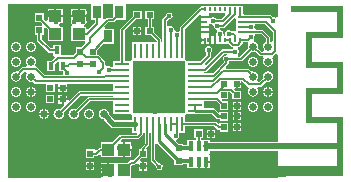
<source format=gtl>
G04 ================== begin FILE IDENTIFICATION RECORD ==================*
G04 Layout Name:  C:/USERS/MSAHADAT3/DROPBOX/GATECH/ETDS_PCB/allegro/ETDS_PCB_V1_3.brd*
G04 Film Name:    TOP*
G04 File Format:  Gerber RS274X*
G04 File Origin:  Cadence Allegro 16.6-S034*
G04 Origin Date:  Mon Aug 24 20:03:50 2015*
G04 *
G04 Layer:  VIA CLASS/TOP*
G04 Layer:  PIN/TOP*
G04 Layer:  ETCH/TOP*
G04 *
G04 Offset:    (0.00 0.00)*
G04 Mirror:    No*
G04 Mode:      Positive*
G04 Rotation:  0*
G04 FullContactRelief:  No*
G04 UndefLineWidth:     5.00*
G04 ================== end FILE IDENTIFICATION RECORD ====================*
%FSLAX25Y25*MOIN*%
%IR0*IPPOS*OFA0.00000B0.00000*MIA0B0*SFA1.00000B1.00000*%
%ADD10C,.015*%
%ADD11C,.02559*%
%ADD25R,.02X.02*%
%ADD20R,.01X.05*%
%ADD17R,.05X.01*%
%ADD16R,.04X.04*%
%ADD21R,.016X.032*%
%ADD18R,.0315X.04*%
%ADD24R,.035X.035*%
%ADD12R,.019X.019*%
%ADD13R,.019X.019*%
%ADD22R,.01102X.01575*%
%ADD23R,.01575X.01102*%
%ADD15R,.039X.039*%
%ADD14R,.01574X.025*%
%ADD19R,.17323X.17323*%
%ADD26C,.01*%
%ADD27C,.02*%
%ADD28C,.012*%
%ADD29C,.035*%
%ADD30C,.005*%
%ADD31C,.03562*%
%ADD32R,.02904X.02904*%
G75*
%LPD*%
G75*
G36*
G01X749851Y1654901D02*
Y1712699D01*
X777264D01*
Y1707486D01*
X778588D01*
Y1706451D01*
X776434Y1704297D01*
G02X775752Y1704580I-282J283D01*
G01Y1705252D01*
X775041D01*
Y1705603D01*
X775188Y1705644D01*
G03X775752Y1707720I-337J1206D01*
G01Y1708980D01*
G03Y1710720I-901J870D01*
G01Y1711252D01*
X770848D01*
Y1710600D01*
G03Y1709100I1003J-750D01*
G01Y1707600D01*
G03X770989Y1705942I1003J-750D01*
G02X770848Y1705275I-275J-290D01*
G01Y1700348D01*
X775220D01*
G02X775503Y1699666I0J-400D01*
G01X774189Y1698352D01*
X772348D01*
Y1696511D01*
X771489Y1695652D01*
X767416D01*
Y1699064D01*
X764840D01*
Y1698064D01*
X764280D01*
X764268Y1698052D01*
X764011D01*
X760952Y1701111D01*
Y1702598D01*
X761652D01*
Y1704695D01*
G02X762338Y1704973I400J-1D01*
G01X763048Y1704243D01*
Y1700348D01*
X767952D01*
Y1705252D01*
X766988D01*
G02X766713Y1705942I0J400D01*
G03X766947Y1706245I-862J908D01*
G01X767004Y1706348D01*
X767952D01*
Y1711252D01*
X763048D01*
Y1707384D01*
G02X762362Y1707105I-400J0D01*
G01X761652Y1707835D01*
Y1709702D01*
X758748D01*
Y1706798D01*
X760563D01*
X761164Y1706180D01*
G02X760878Y1705502I-287J-278D01*
G01X758748D01*
Y1702598D01*
X759448D01*
Y1700489D01*
X763389Y1696548D01*
X764840D01*
Y1695560D01*
X765035D01*
G02X765318Y1694878I0J-400D01*
G01X764386Y1693946D01*
X762872D01*
Y1690442D01*
X765448D01*
Y1692883D01*
X766125Y1693559D01*
G02X766808Y1693276I283J-283D01*
G01Y1690442D01*
X767895D01*
X768191Y1690146D01*
X768171Y1690042D01*
G03X768176Y1689541I1229J-238D01*
G02X767785Y1689056I-391J-85D01*
G01X762106D01*
X759411Y1691752D01*
X759030D01*
G02X758731Y1692417I0J400D01*
G03X756069I-1331J1183D01*
G02X755770Y1691752I-299J-265D01*
G01X754489D01*
X753013Y1690276D01*
X752900Y1690309D01*
G03X754109Y1689100I-500J-1709D01*
G01X754076Y1689213D01*
X755111Y1690248D01*
X755612D01*
G02X755940Y1689620I0J-400D01*
G03X757900Y1686891I1460J-1020D01*
G01X758013Y1686924D01*
X758721Y1686216D01*
X762348D01*
Y1683448D01*
X765252D01*
Y1686216D01*
X766548D01*
Y1683448D01*
X769452D01*
Y1686216D01*
X784848D01*
Y1683784D01*
X773321D01*
X770134Y1680597D01*
G02X769452Y1680880I-282J283D01*
G01Y1682452D01*
X766548D01*
Y1679548D01*
X768120D01*
G02X768403Y1678866I0J-400D01*
G01X767274Y1677737D01*
X767161Y1677770D01*
G03X768370Y1676561I-500J-1709D01*
G01X768337Y1676674D01*
X773943Y1682280D01*
X784848D01*
Y1681814D01*
X776352D01*
X772274Y1677737D01*
X772161Y1677770D01*
G03X773370Y1676561I-500J-1709D01*
G01X773337Y1676674D01*
X776974Y1680312D01*
X784848D01*
Y1676124D01*
X790837D01*
Y1675837D01*
X791124D01*
Y1674102D01*
X785390D01*
X783444Y1676048D01*
X783441Y1676127D01*
G03X781595Y1674281I-1780J-66D01*
G01X781674Y1674278D01*
X784354Y1671598D01*
X791124D01*
Y1669848D01*
X792796D01*
G02X792938Y1669507I0J-200D01*
G01X792583Y1669152D01*
X786989D01*
X784539Y1666702D01*
X780598D01*
Y1664952D01*
X780039D01*
X779234Y1664147D01*
G02X778559Y1664352I-283J283D01*
G01X775648D01*
Y1661448D01*
X778552D01*
Y1662148D01*
X779361D01*
X779915Y1662702D01*
G02X780598Y1662420I283J-282D01*
G01Y1661698D01*
X790802D01*
Y1664036D01*
G03Y1665664I-951J814D01*
G01Y1666702D01*
X787630D01*
G02X787348Y1667385I0J400D01*
G01X787611Y1667648D01*
X793205D01*
X794846Y1669289D01*
Y1669848D01*
X795312D01*
Y1666274D01*
X793948Y1664911D01*
Y1664352D01*
X793248D01*
Y1662511D01*
X791420Y1660682D01*
X790520D01*
X789739Y1659902D01*
X784530D01*
G03X783172I-679J-1052D01*
G01X780598D01*
Y1654901D01*
X749851D01*
G37*
G36*
G01X784307Y1691658D02*
G03X782734Y1692020I-1001J-752D01*
G02X782152Y1692376I-182J356D01*
G01Y1693511D01*
X779911Y1695752D01*
X779352D01*
Y1697295D01*
X779837Y1697784D01*
X779847Y1697791D01*
G03X779915Y1697852I-467J589D01*
G01X781659Y1699612D01*
X785156D01*
Y1704616D01*
X782144D01*
G02X781861Y1705298I0J400D01*
G01X783268Y1706706D01*
X785025D01*
X785806Y1707486D01*
X788896D01*
Y1712699D01*
X839600D01*
Y1708514D01*
G02X838958Y1708196I-400J0D01*
G03X838111Y1708448I-758J-997D01*
G01X838020Y1708441D01*
X837271Y1709190D01*
X828414D01*
Y1709492D01*
X828178D01*
Y1712268D01*
X814222D01*
Y1711730D01*
X813663D01*
X807122Y1705190D01*
Y1703830D01*
G02X806525Y1703482I-400J0D01*
G03X805654Y1703620I-619J-1088D01*
G02X805177Y1704067I-81J392D01*
G03X803317Y1705325I-1240J170D01*
G02X802720Y1705672I-197J348D01*
G01Y1707057D01*
X803320Y1707658D01*
X803411Y1707651D01*
G03X802251Y1708811I89J1249D01*
G01X802258Y1708720D01*
X801216Y1707679D01*
Y1700152D01*
X800752D01*
Y1701111D01*
X798452Y1703411D01*
Y1705252D01*
X797752D01*
Y1707648D01*
X798452D01*
Y1710552D01*
X795548D01*
Y1707648D01*
X796248D01*
Y1705252D01*
X795548D01*
Y1702348D01*
X797389D01*
X799248Y1700489D01*
Y1700152D01*
X791124D01*
Y1694163D01*
X790837D01*
Y1693876D01*
X788602D01*
Y1703839D01*
X792411Y1707648D01*
X794252D01*
Y1710552D01*
X791348D01*
Y1708711D01*
X787098Y1704461D01*
Y1693876D01*
X784848D01*
Y1691658D01*
X784307D01*
G37*
G36*
G01X781416Y1707945D02*
Y1712699D01*
X784744D01*
Y1708549D01*
X784403Y1708208D01*
X782646D01*
X782099Y1707662D01*
G02X781416Y1707945I-283J283D01*
G37*
G36*
G01X790802Y1654901D02*
Y1658839D01*
X791142Y1659180D01*
X792042D01*
X792566Y1659703D01*
G02X793248Y1659420I282J-283D01*
G01Y1657248D01*
X796152D01*
Y1660152D01*
X793980D01*
G02X793697Y1660834I0J400D01*
G01X794311Y1661448D01*
X796152D01*
Y1664352D01*
X795997D01*
G02X795856Y1664693I0J200D01*
G01X796814Y1665652D01*
Y1669848D01*
X797280D01*
Y1660357D01*
X798958Y1658680D01*
X798951Y1658589D01*
G03X800111Y1659749I1249J-89D01*
G01X800020Y1659742D01*
X798784Y1660979D01*
Y1665935D01*
G02X799466Y1666217I400J-1D01*
G01X805148Y1660535D01*
Y1659048D01*
X808052D01*
Y1659398D01*
X809348D01*
Y1658148D01*
X817152D01*
Y1662352D01*
X816872D01*
G02X816730Y1662693I0J200D01*
G01X817048Y1663011D01*
Y1663348D01*
X817152D01*
Y1663948D01*
X837928D01*
X837978Y1663898D01*
X839600D01*
Y1659402D01*
X839598D01*
Y1654901D01*
X790802D01*
G37*
G36*
G01X808052Y1665802D02*
Y1666152D01*
X806565D01*
X805784Y1666932D01*
G02X805954Y1667599I283J283D01*
G03X806684Y1669426I-354J1201D01*
G01X806658Y1669472D01*
Y1669848D01*
X808876D01*
Y1672098D01*
X818539D01*
X819689Y1670948D01*
X820248D01*
Y1670248D01*
X823152D01*
Y1673152D01*
X820248D01*
Y1672997D01*
G02X819907Y1672856I-200J0D01*
G01X819161Y1673602D01*
X808876D01*
Y1675837D01*
X809163D01*
Y1676124D01*
X817509D01*
X819335Y1674298D01*
X820248D01*
Y1673848D01*
X823152D01*
Y1676752D01*
X820248D01*
Y1676701D01*
G02X819907Y1676559I-200J0D01*
G01X818339Y1678128D01*
X815152D01*
Y1680312D01*
X819226D01*
X820248Y1679289D01*
Y1677448D01*
X823152D01*
Y1680352D01*
X821311D01*
X820956Y1680707D01*
G02X821097Y1681048I141J141D01*
G01X823152D01*
Y1683448D01*
X823889D01*
X824448Y1682889D01*
Y1681048D01*
X827352D01*
Y1683952D01*
X825511D01*
X825156Y1684307D01*
G02X825297Y1684648I141J141D01*
G01X827352D01*
Y1687148D01*
X827789D01*
X829698Y1685239D01*
G02X829940Y1684620I-86J-391D01*
G03X832860I1460J-1020D01*
G02X833188Y1685248I328J228D01*
G01X834111D01*
X835787Y1686924D01*
X835900Y1686891D01*
G03X834691Y1688100I500J1709D01*
G01X834724Y1687987D01*
X833489Y1686752D01*
X833030D01*
G02X832731Y1687417I0J400D01*
G03X830900Y1690309I-1331J1183D01*
G01X830787Y1690276D01*
X830011Y1691052D01*
X822580D01*
G02X822297Y1691734I0J400D01*
G01X823252Y1692689D01*
Y1693499D01*
G03X823501Y1693748I-752J1001D01*
G01X827611D01*
X830787Y1696924D01*
X830900Y1696891D01*
G03X831900I500J1709D01*
G01X832013Y1696924D01*
X833589Y1695348D01*
X834686D01*
G02X835000Y1694701I0J-400D01*
G03X837800I1400J-1101D01*
G02X838111Y1695348I314J247D01*
G01X838917Y1696154D01*
G02X839600Y1695872I283J-282D01*
G01Y1666902D01*
X839222D01*
X839172Y1666952D01*
X817152D01*
Y1667552D01*
X814002D01*
Y1668098D01*
X814702D01*
Y1671002D01*
X811798D01*
Y1668098D01*
X812498D01*
Y1667552D01*
X809348D01*
Y1665802D01*
X808052D01*
G37*
G36*
G01X815834Y1692403D02*
G02X815152Y1692686I-282J283D01*
G01Y1692813D01*
X817352Y1695013D01*
Y1696499D01*
G03X815848I-752J1001D01*
G01Y1695635D01*
X814089Y1693876D01*
X809163D01*
Y1694163D01*
X808876D01*
Y1700152D01*
X808626D01*
Y1704568D01*
X813303Y1709245D01*
G02X813986Y1708963I283J-282D01*
G01Y1702308D01*
X814222D01*
Y1699532D01*
X823259D01*
X824259Y1698532D01*
X824399D01*
G02X824666Y1697833I0J-400D01*
G03X824499Y1697652I832J-935D01*
G01X821083D01*
X815834Y1692403D01*
G37*
G36*
G01X815152Y1689688D02*
Y1690154D01*
X815711D01*
X821705Y1696148D01*
X822600D01*
Y1695762D01*
X822414Y1695749D01*
G03X821680Y1693554I86J-1249D01*
G01X821748Y1693494D01*
Y1693311D01*
X818126Y1689688D01*
X815152D01*
G37*
G36*
G01X816564Y1702110D02*
Y1705913D01*
G02X817215Y1706225I400J0D01*
G03X817886Y1705953I786J975D01*
G02X818249Y1705542I-37J-398D01*
G03X819180Y1704290I1251J-42D01*
G02X819387Y1703649I-102J-387D01*
G03X819129Y1702594I967J-795D01*
G02X818738Y1702110I-391J-84D01*
G01X816564D01*
G37*
G36*
G01X826320Y1695954D02*
G03X826334Y1697833I-820J946D01*
G02X826601Y1698532I267J299D01*
G01X826605D01*
X827605Y1699532D01*
X828178D01*
Y1700070D01*
X829499D01*
G02X829848Y1699473I0J-400D01*
G03X829691Y1698100I1552J-873D01*
G01X829724Y1697987D01*
X826989Y1695252D01*
X826582D01*
G02X826320Y1695954I0J400D01*
G37*
G36*
G01X821970Y1702110D02*
G02X821579Y1702594I0J400D01*
G03X820330Y1704106I-1225J260D01*
G02X820212Y1704470I-4J200D01*
G03X820501Y1704748I-712J1030D01*
G01X821802D01*
X825153Y1708099D01*
G02X825836Y1707817I283J-282D01*
G01Y1703983D01*
G02X825213Y1703652I-400J1D01*
G01X824301D01*
G03X822156Y1702392I-1001J-752D01*
G01X822173Y1702353D01*
Y1702110D01*
X821970D01*
G37*
G36*
G01X816564Y1708487D02*
Y1709690D01*
X821959D01*
G02X822242Y1709007I0J-400D01*
G01X821187Y1707952D01*
X819001D01*
G03X817215Y1708175I-1001J-752D01*
G02X816564Y1708487I-251J312D01*
G37*
G36*
G01X837420Y1700060D02*
G03X837152Y1700215I-1022J-1459D01*
G01Y1701911D01*
X834811Y1704252D01*
X832256D01*
G02X831868Y1704749I0J400D01*
G03X831837Y1705464I-1214J306D01*
G02X832215Y1705994I378J130D01*
G01X835543D01*
X838048Y1703489D01*
Y1700388D01*
G02X837420Y1700060I-400J0D01*
G37*
G36*
G01X834211Y1696852D02*
X833076Y1697987D01*
X833109Y1698100D01*
G03X831781Y1700340I-1709J500D01*
G02X831584Y1701014I86J391D01*
G03X831905Y1702240I-884J886D01*
G02X832290Y1702748I385J108D01*
G01X834189D01*
X835648Y1701289D01*
Y1700215D01*
G03X835000Y1697499I752J-1615D01*
G02X834686Y1696852I-314J-247D01*
G01X834211D01*
G37*
G36*
G01X843900Y1712100D02*
Y1710100D01*
X859400D01*
Y1703400D01*
X849000D01*
Y1691600D01*
X859400D01*
Y1684900D01*
X849000D01*
Y1673100D01*
X859400D01*
Y1666400D01*
X840100D01*
Y1664400D01*
X859400D01*
Y1658900D01*
X840100D01*
Y1655400D01*
X861400D01*
Y1675100D01*
X851000D01*
Y1682900D01*
X861400D01*
Y1693600D01*
X851000D01*
Y1701500D01*
X861400D01*
Y1712100D01*
X843900D01*
G37*
%LPC*%
G75*
G54D31*
X757400Y1678600D03*
X752400D03*
X757400Y1683600D03*
X752400D03*
Y1693600D03*
X757400Y1698600D03*
X752400D03*
X761661Y1676061D03*
X776661D03*
X836400Y1678600D03*
X831400D03*
X836400Y1683600D03*
X831400Y1693600D03*
G54D32*
X763800Y1681000D03*
X777100Y1658700D03*
X792800Y1703800D03*
X817450Y1669550D03*
X825900Y1671700D03*
Y1678900D03*
Y1675300D03*
%LPD*%
G75*
G54D10*
G01X792126Y1672850D02*
X784872D01*
X781661Y1676061D01*
X759851Y1664850D03*
X756851D03*
X753851D03*
X750851D03*
X759851Y1661850D03*
X756851D03*
X753851D03*
X750851D03*
X759851Y1658850D03*
X756851D03*
X753851D03*
X750851D03*
X759851Y1655850D03*
X756851D03*
X753851D03*
X750851D03*
X759851Y1679850D03*
Y1673850D03*
X756851D03*
X753851D03*
X750851D03*
X759851Y1670850D03*
X756851D03*
X753851D03*
X750851D03*
X759851Y1667850D03*
X756851D03*
X753851D03*
X750851D03*
X756851Y1685850D03*
X753851D03*
X750851D03*
X759851Y1682850D03*
X756851Y1706850D03*
X753851D03*
X750851D03*
X756851Y1703850D03*
X753851D03*
X750851D03*
X753851Y1700850D03*
X750851D03*
X756851Y1709850D03*
X753851D03*
X750851D03*
X771851Y1664850D03*
X768851D03*
X765851D03*
X762851D03*
X771851Y1661850D03*
X768851D03*
X765851D03*
X762851D03*
X771851Y1658850D03*
X768851D03*
X765851D03*
X762851D03*
X771851Y1655850D03*
X768851D03*
X765851D03*
X762851D03*
Y1673850D03*
X763800Y1681000D03*
X769400Y1689805D03*
X761300Y1693400D03*
X768851Y1682850D03*
X763900Y1685000D03*
X771851Y1706850D03*
X768851D03*
X765851D03*
X768851Y1703850D03*
Y1700850D03*
X771851Y1709850D03*
X768851D03*
X765851D03*
X762851D03*
X786851Y1664850D03*
X774851D03*
Y1661850D03*
X783851Y1658850D03*
X780851D03*
X774851D03*
X783851Y1655850D03*
X780851D03*
X777851D03*
X774851D03*
X786851Y1670850D03*
X783851D03*
X780851D03*
X783851Y1667850D03*
X774851D03*
X780200Y1690100D03*
X783306Y1690906D03*
X774851Y1706850D03*
X783851Y1709850D03*
X774851D03*
X800200Y1658500D03*
X789851Y1664850D03*
X792851Y1658850D03*
X798851Y1655850D03*
X795851D03*
X792851D03*
X798851Y1676850D03*
X795851Y1685850D03*
X792851D03*
X800000Y1685000D03*
X798851Y1706850D03*
X792851D03*
Y1703850D03*
X789851D03*
Y1700850D03*
X792800Y1709100D03*
X789851Y1709850D03*
X813851Y1655850D03*
X801851D03*
X805600Y1668800D03*
X805700Y1677600D03*
X807851Y1685850D03*
X804851D03*
X801851D03*
X805906Y1702394D03*
X811500Y1696600D03*
X810851Y1703850D03*
X813851Y1700850D03*
X810851D03*
X803937Y1704237D03*
X803500Y1708900D03*
X825851Y1661850D03*
Y1658850D03*
Y1655850D03*
X816851D03*
X821700Y1675300D03*
X825851Y1676850D03*
Y1673850D03*
X818500Y1691400D03*
X825851Y1691850D03*
X821700Y1682586D03*
X819200Y1697400D03*
X824300Y1705800D03*
X816851Y1700850D03*
X825500Y1696900D03*
X816600Y1697500D03*
X822500Y1694500D03*
X818000Y1707200D03*
X819500Y1705500D03*
X820354Y1702854D03*
X823300Y1702900D03*
X828851Y1679850D03*
Y1676850D03*
X837851Y1673850D03*
X834851D03*
X831851D03*
X828851D03*
X837851Y1670850D03*
X834851D03*
X831851D03*
X828851D03*
Y1691850D03*
X837851Y1685850D03*
X828851Y1682850D03*
X830700Y1701900D03*
X830654Y1705054D03*
X828800Y1699000D03*
X833700Y1701700D03*
X834900Y1705200D03*
X838200Y1707199D03*
X837851Y1709850D03*
G54D20*
X800000Y1672850D03*
X798032D03*
X796063D03*
X794094D03*
X792126D03*
Y1697150D03*
X794094D03*
X796063D03*
X798032D03*
X800000D03*
X807874Y1672850D03*
X805906D03*
X803937D03*
X801968D03*
Y1697150D03*
X803937D03*
X805906D03*
X807874D03*
G54D11*
X757400Y1678600D03*
X752400D03*
X757400Y1683600D03*
X752400D03*
X757400Y1688600D03*
X752400D03*
X757400Y1693600D03*
X752400D03*
X757400Y1698600D03*
X752400D03*
X771661Y1676061D03*
X766661D03*
X761661D03*
X781661D03*
X776661D03*
X836400Y1678600D03*
X831400D03*
X836400Y1683600D03*
X831400D03*
X836400Y1688600D03*
X831400D03*
X836400Y1693600D03*
X831400D03*
X836400Y1698600D03*
X831400D03*
G54D30*
G01X759679Y1676061D02*
X761661D01*
G01X757400Y1681618D02*
Y1683600D01*
G01D02*
Y1685582D01*
G01X755418Y1683600D02*
X757400D01*
G01D02*
X759382D01*
G01X787850Y1688937D02*
X782436D01*
X781804Y1688305D01*
X761795D01*
X759100Y1691000D01*
X754800D01*
X752400Y1688600D01*
G01X757400D02*
X759032Y1686968D01*
X787850D01*
G01X766128Y1697312D02*
X764591D01*
X764579Y1697300D01*
X763700D01*
X760200Y1700800D01*
Y1704050D01*
G01Y1708250D02*
X765500Y1702800D01*
G01X761661Y1674079D02*
Y1676061D01*
G01D02*
Y1678043D01*
G01Y1676061D02*
X763643D01*
G01X768000Y1679348D02*
Y1681000D01*
G01X787850Y1683032D02*
X773632D01*
X766661Y1676061D01*
G01X787850Y1681063D02*
X776663D01*
X771661Y1676061D01*
G01X769400Y1689805D02*
Y1690000D01*
X768096Y1691304D01*
Y1692194D01*
G01X773800Y1692700D02*
X770139D01*
X769633Y1692194D01*
X768096D01*
G01X768000Y1683248D02*
Y1684900D01*
G01X766348D02*
X768000D01*
G01D02*
X769652D01*
G01X768000Y1681000D02*
Y1682652D01*
G01X766348Y1681000D02*
X768000D01*
G01D02*
X769652D01*
G01X773800Y1696900D02*
X771800Y1694900D01*
X766403D01*
X764160Y1692657D01*
Y1692194D01*
G01X779340Y1709988D02*
Y1706140D01*
X776000Y1702800D01*
X773300D01*
G01X765500Y1708800D02*
Y1711452D01*
G01X762848Y1708800D02*
X765500D01*
G01D02*
X768152D01*
G01X773300D02*
Y1711452D01*
G01X770648Y1708800D02*
X773300D01*
G01D02*
X775952D01*
G01X777100Y1657048D02*
Y1658700D01*
G01D02*
Y1660352D01*
G01X775448Y1658700D02*
X777100D01*
G01D02*
X778752D01*
G01X783100Y1657400D02*
Y1660102D01*
G01X780398Y1657400D02*
X783100D01*
G01Y1664200D02*
X787300Y1668400D01*
X792894D01*
X794094Y1669600D01*
Y1672850D01*
G01X777100Y1662900D02*
X779050D01*
X780350Y1664200D01*
X783100D01*
G01X773800Y1692700D02*
X777900D01*
G01X780200Y1690100D02*
X781400Y1691300D01*
Y1693200D01*
X779600Y1695000D01*
X775700D01*
X773800Y1696900D01*
G01X787850Y1690906D02*
X783306D01*
G01X783080Y1702114D02*
X779381Y1698381D01*
G01X777900Y1696900D02*
X783080Y1702114D01*
G01X786820Y1709988D02*
Y1709563D01*
X784714Y1707457D01*
X782957D01*
X777100Y1701600D01*
Y1700200D01*
X773800Y1696900D01*
G01X798032Y1672850D02*
Y1660668D01*
X800200Y1658500D01*
G01X794700Y1657048D02*
Y1658700D01*
G01D02*
Y1660352D01*
G01X793048Y1658700D02*
X794700D01*
G01D02*
X796352D01*
G01X788300Y1661498D02*
Y1664200D01*
G01D02*
Y1666902D01*
G01Y1664200D02*
X791002D01*
G01X788300Y1657400D02*
X790831Y1659931D01*
X791731D01*
X794700Y1662900D01*
G01X796063Y1672850D02*
Y1665963D01*
X794700Y1664600D01*
Y1662900D01*
G01X787850Y1692874D02*
Y1704150D01*
X792800Y1709100D01*
G01Y1702148D02*
Y1703800D01*
G01D02*
Y1705452D01*
G01X791148Y1703800D02*
X792800D01*
G01D02*
X794452D01*
G01X797000D02*
Y1709100D01*
G01X800000Y1697150D02*
Y1700800D01*
X797000Y1703800D01*
G01X813250Y1657650D02*
X813200Y1657600D01*
G01X813250Y1660250D02*
Y1657650D01*
G01Y1669550D02*
Y1665450D01*
G01X803937Y1672850D02*
X805906D01*
G01D02*
Y1669106D01*
X805600Y1668800D01*
G01X812150Y1679094D02*
Y1677126D01*
G01X807874Y1672850D02*
X818850D01*
X820000Y1671700D01*
X821700D01*
G01X825500Y1696900D02*
X821394D01*
X815400Y1690906D01*
X812150D01*
G01Y1692874D02*
X814150D01*
X816600Y1695324D01*
Y1697500D01*
G01X812150Y1686968D02*
X818083D01*
X821415Y1690300D01*
X829700D01*
X831400Y1688600D01*
G01X822500Y1694500D02*
Y1693000D01*
X818437Y1688937D01*
X812150D01*
G01Y1685000D02*
X817530D01*
X820430Y1687900D01*
X828100D01*
X830000Y1686000D01*
X833800D01*
X836400Y1688600D01*
G01X820439Y1684200D02*
X819271Y1683032D01*
X812150D01*
G01Y1681063D02*
X819537D01*
X821700Y1678900D01*
G01X805906Y1697150D02*
Y1702394D01*
G01X813600Y1706700D02*
X813646Y1706746D01*
G01X803937Y1697150D02*
Y1704237D01*
G01X803500Y1708900D02*
X801968Y1707368D01*
Y1697150D01*
G01X807874D02*
Y1704879D01*
X813974Y1710979D01*
X815275D01*
G01X815850Y1657948D02*
Y1660250D01*
G01D02*
X817352D01*
G01X825900Y1673648D02*
Y1675300D01*
G01D02*
Y1676952D01*
G01X824248Y1675300D02*
X825900D01*
G01D02*
X827552D01*
G01X825900Y1677248D02*
Y1678900D01*
G01D02*
Y1680552D01*
G01X824248Y1678900D02*
X825900D01*
G01D02*
X827552D01*
G01X817450Y1667898D02*
Y1669550D01*
G01D02*
Y1671202D01*
G01X815798Y1669550D02*
X817450D01*
G01D02*
X819102D01*
G01X825900Y1670048D02*
Y1671700D01*
G01D02*
Y1673352D01*
G01X824248Y1671700D02*
X825900D01*
G01D02*
X827552D01*
G01X825900Y1684448D02*
Y1686100D01*
G01D02*
X827552D01*
G01X825900Y1682500D02*
X824200Y1684200D01*
X820439D01*
G01X821700Y1686100D02*
Y1685461D01*
X820439Y1684200D01*
G01X823739Y1700821D02*
Y1700114D01*
X824570Y1699283D01*
X826294D01*
X827125Y1700114D01*
Y1700821D01*
G01X822046D02*
X823739D01*
G01X813646Y1706746D02*
X815275D01*
G01X813785Y1703361D02*
X815275D01*
G01D02*
X816765D01*
G01X813785Y1705054D02*
X815275D01*
G01D02*
X816765D01*
G01X818661Y1699331D02*
Y1700821D01*
G01D02*
Y1702311D01*
G01X816968Y1699331D02*
Y1700821D01*
G01D02*
Y1702311D01*
G01X815275Y1699331D02*
Y1700821D01*
G01X814022D02*
X815275D01*
G01X822500Y1694500D02*
X827300D01*
X831400Y1698600D01*
G01X819500Y1705500D02*
X821491D01*
X825432Y1709441D01*
Y1710979D01*
G01X820354Y1700821D02*
Y1702854D01*
G01X823300Y1702900D02*
X824891D01*
X825432Y1702359D01*
Y1700821D01*
G01X813785Y1708439D02*
X815275D01*
G01D02*
X816765D01*
G01X818000Y1707200D02*
X821498D01*
X823739Y1709441D01*
Y1710979D01*
G01X836400Y1681618D02*
Y1683600D01*
G01D02*
Y1685582D01*
G01X834418Y1683600D02*
X836400D01*
G01D02*
X838382D01*
G01X827125Y1705054D02*
X830654D01*
G01X827125Y1700821D02*
X829621D01*
X830700Y1701900D01*
G01X836400Y1698600D02*
Y1701600D01*
X834500Y1703500D01*
X828802D01*
X828663Y1703361D01*
X827125D01*
G01Y1706746D02*
X835854D01*
X838800Y1703800D01*
Y1697100D01*
X837800Y1696100D01*
X833900D01*
X831400Y1698600D01*
G01X827125Y1708439D02*
Y1710979D01*
G01X838200Y1707199D02*
X836960Y1708439D01*
X827125D01*
G54D12*
X760200Y1704050D03*
Y1708250D03*
X773800Y1692700D03*
Y1696900D03*
X777100Y1658700D03*
Y1662900D03*
X777900Y1692700D03*
Y1696900D03*
X794700Y1658700D03*
Y1662900D03*
X806600Y1664700D03*
Y1660500D03*
G54D21*
X813250Y1660250D03*
X810650D03*
Y1665450D03*
X813250D03*
X815850Y1660250D03*
Y1665450D03*
G54D22*
X815275Y1700821D03*
X816968D03*
X818661D03*
X820354D03*
X822046D03*
X823739D03*
X825432D03*
X827125D03*
Y1710979D03*
X825432D03*
X823739D03*
X822046D03*
X820354D03*
X818661D03*
X816968D03*
X815275D03*
G54D13*
X768000Y1681000D03*
X763800D03*
X768000Y1684900D03*
X763800D03*
X797000Y1703800D03*
X792800D03*
Y1709100D03*
X797000D03*
X813250Y1669550D03*
X825900Y1671700D03*
X821700D03*
X817450Y1669550D03*
X825900Y1678900D03*
X821700D03*
X825900Y1675300D03*
X821700D03*
X825900Y1682500D03*
X821700D03*
X825900Y1686100D03*
X821700D03*
G54D14*
X768096Y1692194D03*
X764160D03*
X766128Y1697312D03*
G54D23*
X827125Y1703361D03*
Y1705054D03*
Y1706746D03*
X815275D03*
Y1705054D03*
Y1703361D03*
X827125Y1708439D03*
X815275D03*
G54D15*
X773300Y1708800D03*
Y1702800D03*
X765500Y1708800D03*
Y1702800D03*
G54D24*
X841850Y1657150D03*
G54D16*
X783100Y1657400D03*
X788300Y1664200D03*
X783100D03*
X788300Y1657400D03*
G54D25*
X841100Y1665400D03*
G54D26*
G01X800000Y1672850D02*
Y1667100D01*
X806600Y1660500D01*
G01X801968Y1672850D02*
Y1669332D01*
X806600Y1664700D01*
G01X812150Y1677126D02*
X817924D01*
X819750Y1675300D01*
X821700D01*
G54D17*
X787850Y1677126D03*
Y1679094D03*
Y1681063D03*
Y1683032D03*
Y1685000D03*
Y1686968D03*
Y1688937D03*
Y1690906D03*
Y1692874D03*
X812150Y1679094D03*
Y1677126D03*
Y1692874D03*
Y1690906D03*
Y1688937D03*
Y1686968D03*
Y1685000D03*
Y1683032D03*
Y1681063D03*
G54D27*
G01X841100Y1665400D02*
X838600D01*
X838550Y1665450D01*
X815850D01*
G54D18*
X783080Y1702114D03*
X779340Y1709988D03*
X786820D03*
G54D28*
G01X806600Y1660500D02*
X810400D01*
X810650Y1660250D01*
G01X806600Y1664700D02*
X809900D01*
X810650Y1665450D01*
G54D19*
X800000Y1685000D03*
G54D29*
G01X841850Y1657150D02*
X838650D01*
M02*

</source>
